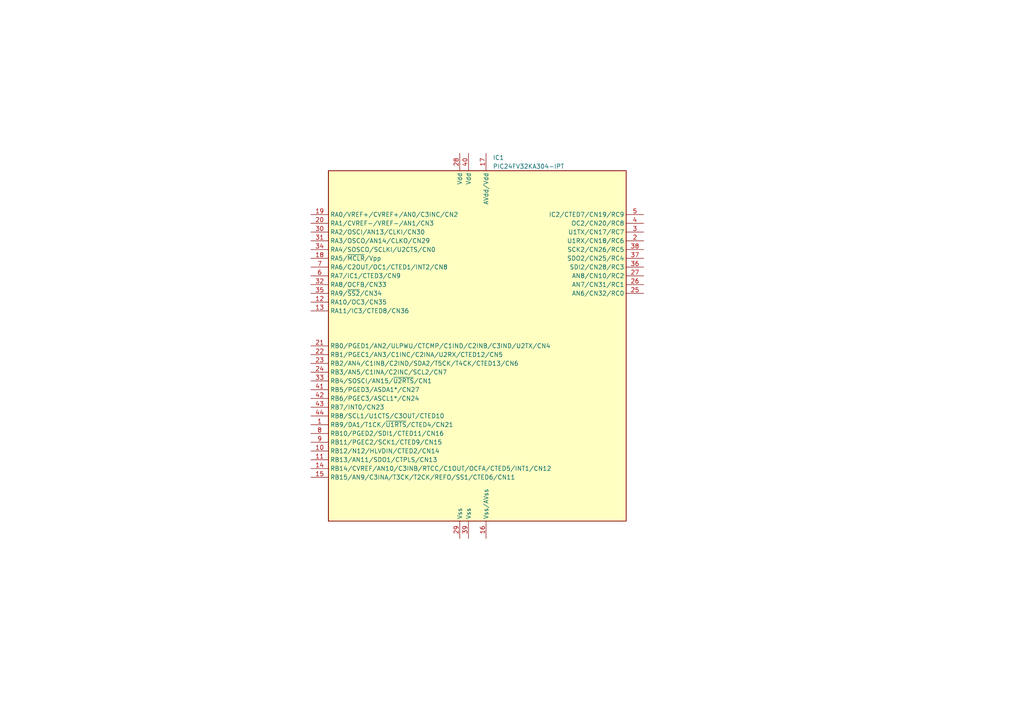
<source format=kicad_sch>
(kicad_sch (version 20230121) (generator eeschema)
  (paper "A4")
  (lib_symbols
    (symbol "MCU_Microchip_PIC24:PIC24FV32KA304-IPT"
      (property "Reference" "IC" (at -43.18 54.61 0))
      (property "Value" "PIC24FV32KA304-IPT" (at -43.18 52.07 0))
      (symbol "PIC24FV32KA304-IPT_1_0"
        (rectangle (start -43.18 -50.8) (end 43.18 50.8) (stroke (width 0.254)) (fill (type background)))
      )
      (symbol "PIC24FV32KA304-IPT_1_1"
        (pin bidirectional line (at -48.26 -22.86 0) (length 5.08) (name "RB9/DA1/T1CK/~{U1RTS}/CTED4/CN21") (number "1"))
        (pin bidirectional line (at -48.26 -30.48 0) (length 5.08) (name "RB12/N12/HLVDIN/CTED2/CN14") (number "10"))
        (pin bidirectional line (at -48.26 -33.02 0) (length 5.08) (name "RB13/AN11/SDO1/CTPLS/CN13") (number "11"))
        (pin bidirectional line (at -48.26 12.7 0) (length 5.08) (name "RA10/OC3/CN35") (number "12"))
        (pin bidirectional line (at -48.26 10.16 0) (length 5.08) (name "RA11/IC3/CTED8/CN36") (number "13"))
        (pin bidirectional line (at -48.26 -35.56 0) (length 5.08) (name "RB14/CVREF/AN10/C3INB/RTCC/C1OUT/OCFA/CTED5/INT1/CN12") (number "14"))
        (pin bidirectional line (at -48.26 -38.1 0) (length 5.08) (name "RB15/AN9/C3INA/T3CK/T2CK/REFO/SS1/CTED6/CN11") (number "15"))
        (pin power_in line (at 2.54 -55.88 90) (length 5.08) (name "Vss/AVss") (number "16"))
        (pin power_in line (at 2.54 55.88 270) (length 5.08) (name "AVdd/Vdd") (number "17"))
        (pin bidirectional line (at -48.26 25.4 0) (length 5.08) (name "RA5/~{MCLR}/Vpp") (number "18"))
        (pin bidirectional line (at -48.26 38.1 0) (length 5.08) (name "RA0/VREF+/CVREF+/AN0/C3INC/CN2") (number "19"))
        (pin bidirectional line (at 48.26 30.48 180) (length 5.08) (name "U1RX/CN18/RC6") (number "2"))
        (pin bidirectional line (at -48.26 35.56 0) (length 5.08) (name "RA1/CVREF-/VREF-/AN1/CN3") (number "20"))
        (pin bidirectional line (at -48.26 0 0) (length 5.08) (name "RB0/PGED1/AN2/ULPWU/CTCMP/C1IND/C2INB/C3IND/U2TX/CN4") (number "21"))
        (pin bidirectional line (at -48.26 -2.54 0) (length 5.08) (name "RB1/PGEC1/AN3/C1INC/C2INA/U2RX/CTED12/CN5") (number "22"))
        (pin bidirectional line (at -48.26 -5.08 0) (length 5.08) (name "RB2/AN4/C1INB/C2IND/SDA2/T5CK/T4CK/CTED13/CN6") (number "23"))
        (pin bidirectional line (at -48.26 -7.62 0) (length 5.08) (name "RB3/AN5/C1INA/C2INC/SCL2/CN7") (number "24"))
        (pin bidirectional line (at 48.26 15.24 180) (length 5.08) (name "AN6/CN32/RC0") (number "25"))
        (pin bidirectional line (at 48.26 17.78 180) (length 5.08) (name "AN7/CN31/RC1") (number "26"))
        (pin bidirectional line (at 48.26 20.32 180) (length 5.08) (name "AN8/CN10/RC2") (number "27"))
        (pin power_in line (at -5.08 55.88 270) (length 5.08) (name "Vdd") (number "28"))
        (pin power_in line (at -5.08 -55.88 90) (length 5.08) (name "Vss") (number "29"))
        (pin bidirectional line (at 48.26 33.02 180) (length 5.08) (name "U1TX/CN17/RC7") (number "3"))
        (pin bidirectional line (at -48.26 33.02 0) (length 5.08) (name "RA2/OSCI/AN13/CLKI/CN30") (number "30"))
        (pin bidirectional line (at -48.26 30.48 0) (length 5.08) (name "RA3/OSCO/AN14/CLKO/CN29") (number "31"))
        (pin bidirectional line (at -48.26 17.78 0) (length 5.08) (name "RA8/OCFB/CN33") (number "32"))
        (pin bidirectional line (at -48.26 -10.16 0) (length 5.08) (name "RB4/SOSCI/AN15/~{U2RTS}/CN1") (number "33"))
        (pin bidirectional line (at -48.26 27.94 0) (length 5.08) (name "RA4/SOSCO/SCLKI/U2CTS/CN0") (number "34"))
        (pin bidirectional line (at -48.26 15.24 0) (length 5.08) (name "RA9/~{SS2}/CN34") (number "35"))
        (pin bidirectional line (at 48.26 22.86 180) (length 5.08) (name "SDI2/CN28/RC3") (number "36"))
        (pin bidirectional line (at 48.26 25.4 180) (length 5.08) (name "SDO2/CN25/RC4") (number "37"))
        (pin bidirectional line (at 48.26 27.94 180) (length 5.08) (name "SCK2/CN26/RC5") (number "38"))
        (pin power_in line (at -2.54 -55.88 90) (length 5.08) (name "Vss") (number "39"))
        (pin bidirectional line (at 48.26 35.56 180) (length 5.08) (name "OC2/CN20/RC8") (number "4"))
        (pin power_in line (at -2.54 55.88 270) (length 5.08) (name "Vdd") (number "40"))
        (pin bidirectional line (at -48.26 -12.7 0) (length 5.08) (name "RB5/PGED3/ASDA1*/CN27") (number "41"))
        (pin bidirectional line (at -48.26 -15.24 0) (length 5.08) (name "RB6/PGEC3/ASCL1*/CN24") (number "42"))
        (pin bidirectional line (at -48.26 -17.78 0) (length 5.08) (name "RB7/INT0/CN23") (number "43"))
        (pin bidirectional line (at -48.26 -20.32 0) (length 5.08) (name "RB8/SCL1/U1CTS/C3OUT/CTED10") (number "44"))
        (pin bidirectional line (at 48.26 38.1 180) (length 5.08) (name "IC2/CTED7/CN19/RC9") (number "5"))
        (pin bidirectional line (at -48.26 20.32 0) (length 5.08) (name "RA7/IC1/CTED3/CN9") (number "6"))
        (pin bidirectional line (at -48.26 22.86 0) (length 5.08) (name "RA6/C2OUT/OC1/CTED1/INT2/CN8") (number "7"))
        (pin bidirectional line (at -48.26 -25.4 0) (length 5.08) (name "RB10/PGED2/SDI1/CTED11/CN16") (number "8"))
        (pin bidirectional line (at -48.26 -27.94 0) (length 5.08) (name "RB11/PGEC2/SCK1/CTED9/CN15") (number "9"))
      )
    )
  )
  (symbol (lib_id "MCU_Microchip_PIC24:PIC24FV32KA304-IPT") (at 138.43 100.33 0) (unit 1)
    (property "Reference" "IC1" (at 142.9259 45.72 0) (effects (justify left)))
    (property "Value" "PIC24FV32KA304-IPT" (at 142.9259 48.26 0) (effects (justify left)))
    (property "Footprint" "Package_QFP:TQFP-44_10x10mm_P0.8mm" (effects hide))
    (property "Datasheet" "http://ww1.microchip.com/downloads/en/DeviceDoc/39995d.pdf" (effects hide))
  )
)
</source>
